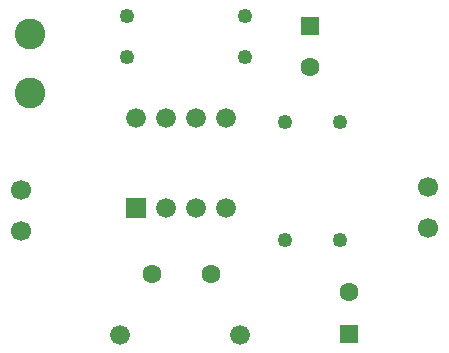
<source format=gbs>
G04 #@! TF.GenerationSoftware,KiCad,Pcbnew,9.0.0*
G04 #@! TF.CreationDate,2025-05-28T17:54:46+08:00*
G04 #@! TF.ProjectId,Converter_DC,436f6e76-6572-4746-9572-5f44432e6b69,v1.0*
G04 #@! TF.SameCoordinates,Original*
G04 #@! TF.FileFunction,Soldermask,Bot*
G04 #@! TF.FilePolarity,Negative*
%FSLAX46Y46*%
G04 Gerber Fmt 4.6, Leading zero omitted, Abs format (unit mm)*
G04 Created by KiCad (PCBNEW 9.0.0) date 2025-05-28 17:54:46*
%MOMM*%
%LPD*%
G01*
G04 APERTURE LIST*
%ADD10C,2.600000*%
%ADD11C,1.700000*%
%ADD12C,1.600000*%
%ADD13C,1.676400*%
%ADD14C,1.250000*%
%ADD15R,1.676400X1.676400*%
%ADD16R,1.600000X1.600000*%
G04 APERTURE END LIST*
D10*
X132750000Y-93500000D03*
X132750000Y-88500000D03*
D11*
X132000000Y-105250000D03*
X132000000Y-101750000D03*
X166500000Y-105000000D03*
X166500000Y-101500000D03*
D12*
X148100000Y-108850000D03*
X143100000Y-108850000D03*
D13*
X150580000Y-114000000D03*
X140420000Y-114000000D03*
D14*
X151000000Y-87000000D03*
X141000000Y-87000000D03*
D15*
X141790000Y-103310000D03*
D13*
X144330000Y-103310000D03*
X146870000Y-103310000D03*
X149410000Y-103310000D03*
X149410000Y-95690000D03*
X146870000Y-95690000D03*
X144330000Y-95690000D03*
X141790000Y-95690000D03*
D14*
X154400000Y-106000000D03*
X154400000Y-96000000D03*
D16*
X156500000Y-87847349D03*
D12*
X156500000Y-91347349D03*
D14*
X151000000Y-90500000D03*
X141000000Y-90500000D03*
D16*
X159800000Y-113900000D03*
D12*
X159800000Y-110400000D03*
D14*
X159000000Y-106000000D03*
X159000000Y-96000000D03*
M02*

</source>
